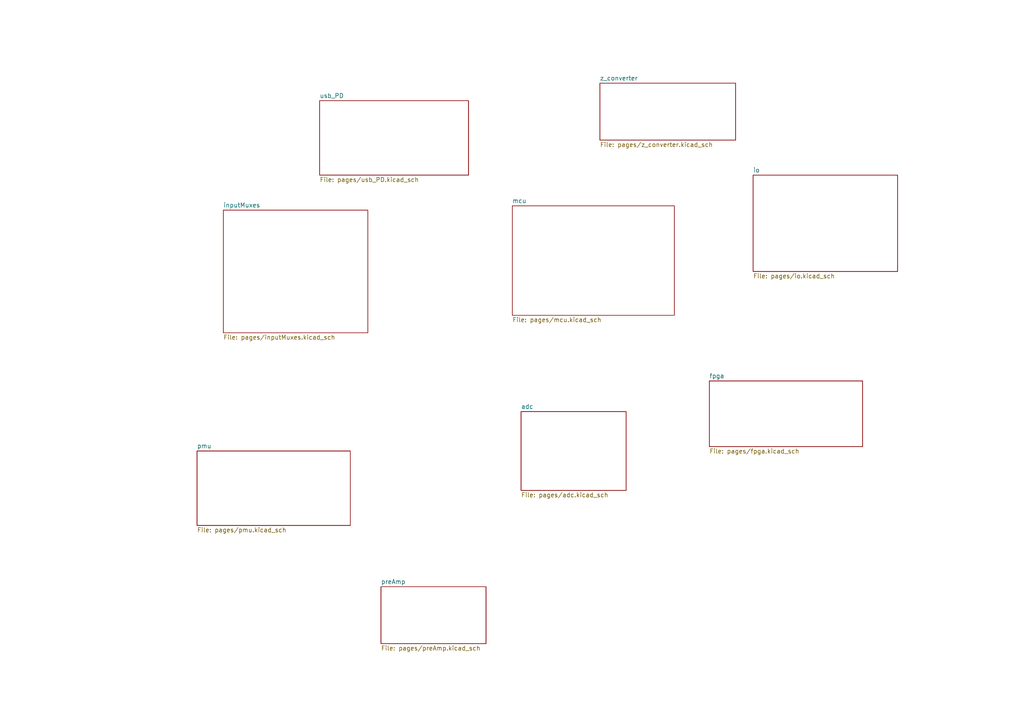
<source format=kicad_sch>
(kicad_sch (version 20230121) (generator eeschema)
  (paper "A4")
  (lib_symbols)
  (sheet (at 64.77 60.96) (size 41.91 35.56) (stroke (width 0.1524))
    (property "Sheetname" "inputMuxes" (at 64.77 60.2484 0) (effects (justify left bottom)))
    (property "Sheetfile" "pages/inputMuxes.kicad_sch" (at 64.77 97.1046 0) (effects (justify left top)))
  )
  (sheet (at 205.74 110.49) (size 44.45 19.05) (stroke (width 0.1524))
    (property "Sheetname" "fpga" (at 205.74 109.7784 0) (effects (justify left bottom)))
    (property "Sheetfile" "pages/fpga.kicad_sch" (at 205.74 130.1246 0) (effects (justify left top)))
  )
  (sheet (at 57.15 130.81) (size 44.45 21.59) (stroke (width 0.1524))
    (property "Sheetname" "pmu" (at 57.15 130.0984 0) (effects (justify left bottom)))
    (property "Sheetfile" "pages/pmu.kicad_sch" (at 57.15 152.9846 0) (effects (justify left top)))
  )
  (sheet (at 148.59 59.69) (size 46.99 31.75) (stroke (width 0.1524))
    (property "Sheetname" "mcu" (at 148.59 58.9784 0) (effects (justify left bottom)))
    (property "Sheetfile" "pages/mcu.kicad_sch" (at 148.59 92.0246 0) (effects (justify left top)))
  )
  (sheet (at 173.99 24.13) (size 39.37 16.51) (stroke (width 0.1524))
    (property "Sheetname" "z_converter" (at 173.99 23.4184 0) (effects (justify left bottom)))
    (property "Sheetfile" "pages/z_converter.kicad_sch" (at 173.99 41.2246 0) (effects (justify left top)))
  )
  (sheet (at 151.13 119.38) (size 30.48 22.86) (stroke (width 0.1524))
    (property "Sheetname" "adc" (at 151.13 118.6684 0) (effects (justify left bottom)))
    (property "Sheetfile" "pages/adc.kicad_sch" (at 151.13 142.8246 0) (effects (justify left top)))
  )
  (sheet (at 218.44 50.8) (size 41.91 27.94) (stroke (width 0.1524))
    (property "Sheetname" "io" (at 218.44 50.0884 0) (effects (justify left bottom)))
    (property "Sheetfile" "pages/io.kicad_sch" (at 218.44 79.3246 0) (effects (justify left top)))
  )
  (sheet (at 92.71 29.21) (size 43.18 21.59) (stroke (width 0.1524))
    (property "Sheetname" "usb_PD" (at 92.71 28.4984 0) (effects (justify left bottom)))
    (property "Sheetfile" "pages/usb_PD.kicad_sch" (at 92.71 51.3846 0) (effects (justify left top)))
  )
  (sheet (at 110.49 170.18) (size 30.48 16.51) (stroke (width 0.1524))
    (property "Sheetname" "preAmp" (at 110.49 169.4684 0) (effects (justify left bottom)))
    (property "Sheetfile" "pages/preAmp.kicad_sch" (at 110.49 187.2746 0) (effects (justify left top)))
  )
)
</source>
